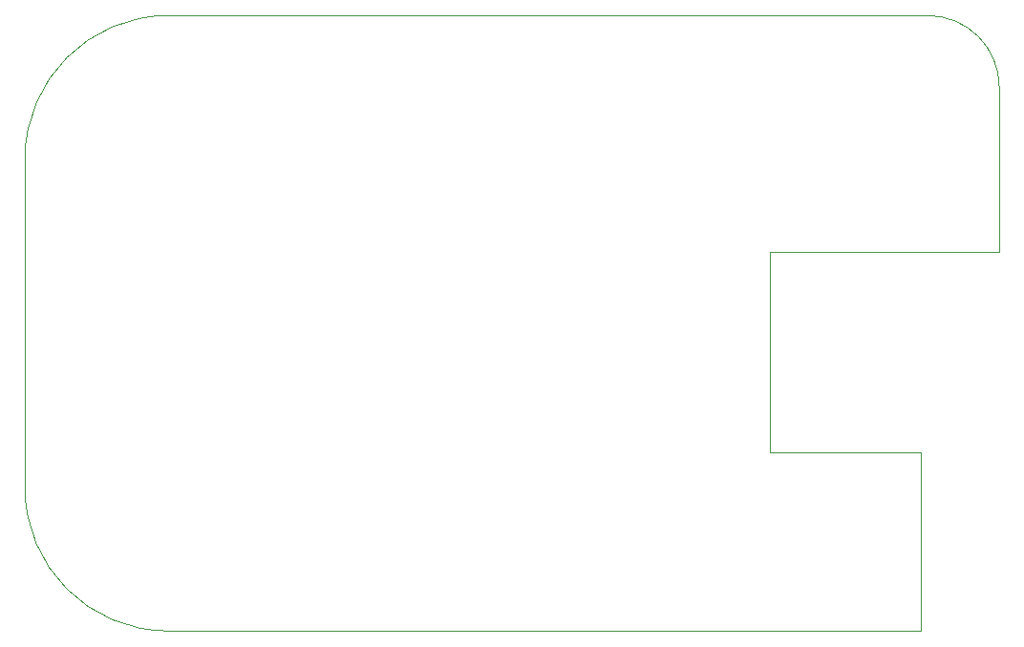
<source format=gko>
G04 (created by PCBNEW (2013-09-06 BZR 4312)-stable) date T 02 sept  2014 10:34:50 EEST*
%MOIN*%
G04 Gerber Fmt 3.4, Leading zero omitted, Abs format*
%FSLAX34Y34*%
G01*
G70*
G90*
G04 APERTURE LIST*
%ADD10C,0.000787*%
%ADD11C,0.003937*%
G04 APERTURE END LIST*
G54D10*
G54D11*
X73250Y-43650D02*
X73250Y-43500D01*
X73250Y-43500D02*
X68000Y-43500D01*
X68000Y-43500D02*
X68000Y-36500D01*
X68000Y-36500D02*
X76000Y-36500D01*
X76000Y-36500D02*
X76000Y-36350D01*
X47000Y-49750D02*
X73250Y-49750D01*
X73250Y-49750D02*
X73250Y-43650D01*
X76000Y-36350D02*
X76000Y-31250D01*
X76000Y-30750D02*
X76000Y-31250D01*
X47000Y-28250D02*
X73500Y-28250D01*
X42000Y-33250D02*
X42000Y-44750D01*
X47000Y-28250D02*
G75*
G03X42000Y-33250I0J-5000D01*
G74*
G01*
X42000Y-44750D02*
G75*
G03X47000Y-49750I5000J0D01*
G74*
G01*
X76000Y-30750D02*
G75*
G03X73500Y-28250I-2500J0D01*
G74*
G01*
M02*

</source>
